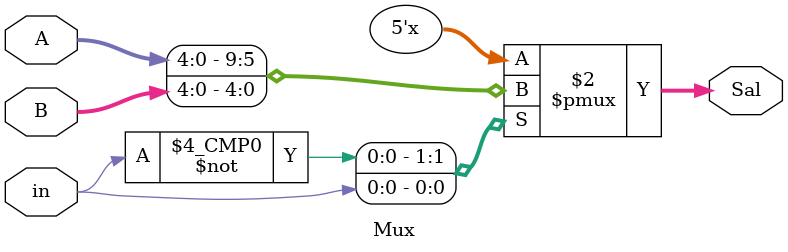
<source format=v>

module Mux(
	input in,
	input [4:0]A,B,
	output reg[4:0]Sal
);

always @*
	case(in)
	
		1'b 0:
			begin
				Sal = A;
			end
			
		1'b 1:
			begin
				Sal = B;
			end
	
		endcase

endmodule 
</source>
